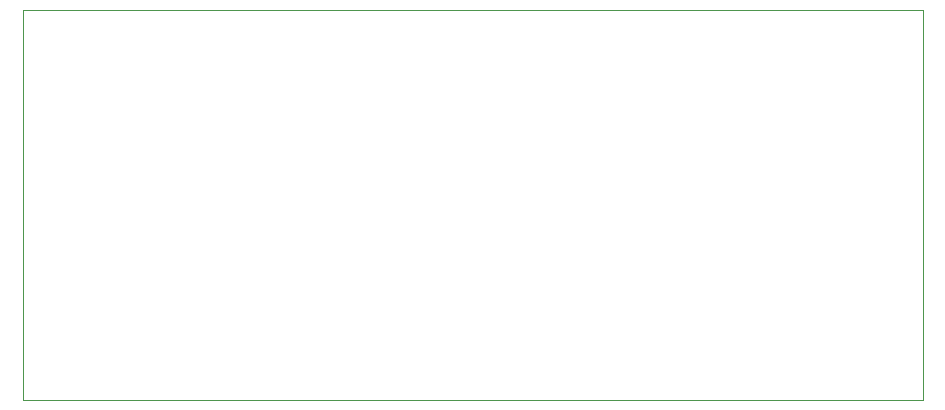
<source format=gm1>
G04 #@! TF.GenerationSoftware,KiCad,Pcbnew,(5.1.0-0)*
G04 #@! TF.CreationDate,2019-04-22T20:51:24-05:00*
G04 #@! TF.ProjectId,Brucester,42727563-6573-4746-9572-2e6b69636164,rev?*
G04 #@! TF.SameCoordinates,Original*
G04 #@! TF.FileFunction,Profile,NP*
%FSLAX46Y46*%
G04 Gerber Fmt 4.6, Leading zero omitted, Abs format (unit mm)*
G04 Created by KiCad (PCBNEW (5.1.0-0)) date 2019-04-22 20:51:24*
%MOMM*%
%LPD*%
G04 APERTURE LIST*
%ADD10C,0.025400*%
G04 APERTURE END LIST*
D10*
X127000000Y-109220000D02*
X127000000Y-76200000D01*
X203200000Y-109220000D02*
X127000000Y-109220000D01*
X203200000Y-76200000D02*
X203200000Y-109220000D01*
X127000000Y-76200000D02*
X203200000Y-76200000D01*
M02*

</source>
